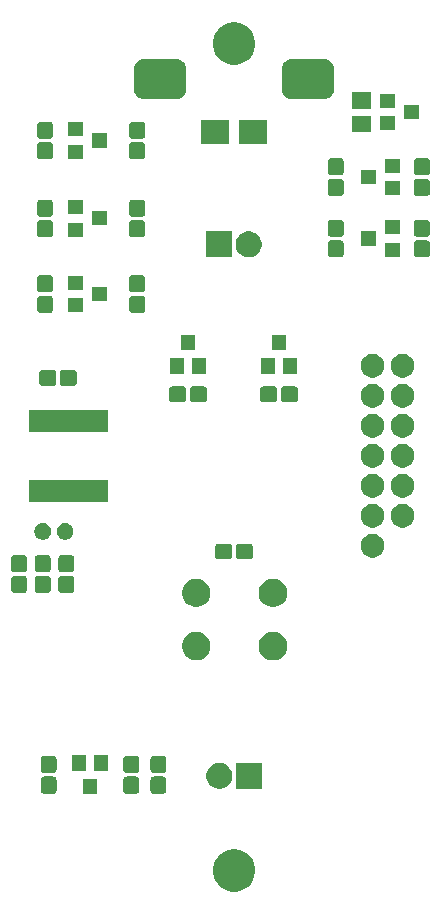
<source format=gts>
G04 #@! TF.GenerationSoftware,KiCad,Pcbnew,5.0.2-bee76a0~70~ubuntu16.04.1*
G04 #@! TF.CreationDate,2018-12-03T13:34:06+05:30*
G04 #@! TF.ProjectId,senseBeTx_rev2,73656e73-6542-4655-9478-5f726576322e,rev?*
G04 #@! TF.SameCoordinates,Original*
G04 #@! TF.FileFunction,Soldermask,Top*
G04 #@! TF.FilePolarity,Negative*
%FSLAX46Y46*%
G04 Gerber Fmt 4.6, Leading zero omitted, Abs format (unit mm)*
G04 Created by KiCad (PCBNEW 5.0.2-bee76a0~70~ubuntu16.04.1) date Mon Dec  3 13:34:06 2018*
%MOMM*%
%LPD*%
G01*
G04 APERTURE LIST*
%ADD10C,0.100000*%
G04 APERTURE END LIST*
D10*
G36*
X33409122Y-190246115D02*
X33525041Y-190269173D01*
X33852620Y-190404861D01*
X34143511Y-190599228D01*
X34147436Y-190601851D01*
X34398149Y-190852564D01*
X34595140Y-191147382D01*
X34730827Y-191474960D01*
X34800000Y-191822714D01*
X34800000Y-192177286D01*
X34730827Y-192525040D01*
X34595140Y-192852618D01*
X34398149Y-193147436D01*
X34147436Y-193398149D01*
X34147433Y-193398151D01*
X33852620Y-193595139D01*
X33525041Y-193730827D01*
X33409122Y-193753885D01*
X33177286Y-193800000D01*
X32822714Y-193800000D01*
X32590878Y-193753885D01*
X32474959Y-193730827D01*
X32147380Y-193595139D01*
X31852567Y-193398151D01*
X31852564Y-193398149D01*
X31601851Y-193147436D01*
X31404860Y-192852618D01*
X31269173Y-192525040D01*
X31200000Y-192177286D01*
X31200000Y-191822714D01*
X31269173Y-191474960D01*
X31404860Y-191147382D01*
X31601851Y-190852564D01*
X31852564Y-190601851D01*
X31856489Y-190599228D01*
X32147380Y-190404861D01*
X32474959Y-190269173D01*
X32590878Y-190246115D01*
X32822714Y-190200000D01*
X33177286Y-190200000D01*
X33409122Y-190246115D01*
X33409122Y-190246115D01*
G37*
G36*
X21400000Y-185550000D02*
X20200000Y-185550000D01*
X20200000Y-184250000D01*
X21400000Y-184250000D01*
X21400000Y-185550000D01*
X21400000Y-185550000D01*
G37*
G36*
X24753530Y-184055877D02*
X24805010Y-184071493D01*
X24852442Y-184096846D01*
X24894027Y-184130973D01*
X24928154Y-184172558D01*
X24953507Y-184219990D01*
X24969123Y-184271470D01*
X24975000Y-184331140D01*
X24975000Y-185218860D01*
X24969123Y-185278530D01*
X24953507Y-185330010D01*
X24928154Y-185377442D01*
X24894027Y-185419027D01*
X24852442Y-185453154D01*
X24805010Y-185478507D01*
X24753530Y-185494123D01*
X24693860Y-185500000D01*
X23906140Y-185500000D01*
X23846470Y-185494123D01*
X23794990Y-185478507D01*
X23747558Y-185453154D01*
X23705973Y-185419027D01*
X23671846Y-185377442D01*
X23646493Y-185330010D01*
X23630877Y-185278530D01*
X23625000Y-185218860D01*
X23625000Y-184331140D01*
X23630877Y-184271470D01*
X23646493Y-184219990D01*
X23671846Y-184172558D01*
X23705973Y-184130973D01*
X23747558Y-184096846D01*
X23794990Y-184071493D01*
X23846470Y-184055877D01*
X23906140Y-184050000D01*
X24693860Y-184050000D01*
X24753530Y-184055877D01*
X24753530Y-184055877D01*
G37*
G36*
X17753530Y-184055877D02*
X17805010Y-184071493D01*
X17852442Y-184096846D01*
X17894027Y-184130973D01*
X17928154Y-184172558D01*
X17953507Y-184219990D01*
X17969123Y-184271470D01*
X17975000Y-184331140D01*
X17975000Y-185218860D01*
X17969123Y-185278530D01*
X17953507Y-185330010D01*
X17928154Y-185377442D01*
X17894027Y-185419027D01*
X17852442Y-185453154D01*
X17805010Y-185478507D01*
X17753530Y-185494123D01*
X17693860Y-185500000D01*
X16906140Y-185500000D01*
X16846470Y-185494123D01*
X16794990Y-185478507D01*
X16747558Y-185453154D01*
X16705973Y-185419027D01*
X16671846Y-185377442D01*
X16646493Y-185330010D01*
X16630877Y-185278530D01*
X16625000Y-185218860D01*
X16625000Y-184331140D01*
X16630877Y-184271470D01*
X16646493Y-184219990D01*
X16671846Y-184172558D01*
X16705973Y-184130973D01*
X16747558Y-184096846D01*
X16794990Y-184071493D01*
X16846470Y-184055877D01*
X16906140Y-184050000D01*
X17693860Y-184050000D01*
X17753530Y-184055877D01*
X17753530Y-184055877D01*
G37*
G36*
X27053530Y-184055877D02*
X27105010Y-184071493D01*
X27152442Y-184096846D01*
X27194027Y-184130973D01*
X27228154Y-184172558D01*
X27253507Y-184219990D01*
X27269123Y-184271470D01*
X27275000Y-184331140D01*
X27275000Y-185218860D01*
X27269123Y-185278530D01*
X27253507Y-185330010D01*
X27228154Y-185377442D01*
X27194027Y-185419027D01*
X27152442Y-185453154D01*
X27105010Y-185478507D01*
X27053530Y-185494123D01*
X26993860Y-185500000D01*
X26206140Y-185500000D01*
X26146470Y-185494123D01*
X26094990Y-185478507D01*
X26047558Y-185453154D01*
X26005973Y-185419027D01*
X25971846Y-185377442D01*
X25946493Y-185330010D01*
X25930877Y-185278530D01*
X25925000Y-185218860D01*
X25925000Y-184331140D01*
X25930877Y-184271470D01*
X25946493Y-184219990D01*
X25971846Y-184172558D01*
X26005973Y-184130973D01*
X26047558Y-184096846D01*
X26094990Y-184071493D01*
X26146470Y-184055877D01*
X26206140Y-184050000D01*
X26993860Y-184050000D01*
X27053530Y-184055877D01*
X27053530Y-184055877D01*
G37*
G36*
X35400000Y-185100000D02*
X33200000Y-185100000D01*
X33200000Y-182900000D01*
X35400000Y-182900000D01*
X35400000Y-185100000D01*
X35400000Y-185100000D01*
G37*
G36*
X32080857Y-182942272D02*
X32281042Y-183025191D01*
X32461213Y-183145578D01*
X32614422Y-183298787D01*
X32734809Y-183478958D01*
X32817728Y-183679143D01*
X32860000Y-183891658D01*
X32860000Y-184108342D01*
X32817728Y-184320857D01*
X32734809Y-184521042D01*
X32614422Y-184701213D01*
X32461213Y-184854422D01*
X32281042Y-184974809D01*
X32080857Y-185057728D01*
X31868342Y-185100000D01*
X31651658Y-185100000D01*
X31439143Y-185057728D01*
X31238958Y-184974809D01*
X31058787Y-184854422D01*
X30905578Y-184701213D01*
X30785191Y-184521042D01*
X30702272Y-184320857D01*
X30660000Y-184108342D01*
X30660000Y-183891658D01*
X30702272Y-183679143D01*
X30785191Y-183478958D01*
X30905578Y-183298787D01*
X31058787Y-183145578D01*
X31238958Y-183025191D01*
X31439143Y-182942272D01*
X31651658Y-182900000D01*
X31868342Y-182900000D01*
X32080857Y-182942272D01*
X32080857Y-182942272D01*
G37*
G36*
X27053530Y-182305877D02*
X27105010Y-182321493D01*
X27152442Y-182346846D01*
X27194027Y-182380973D01*
X27228154Y-182422558D01*
X27253507Y-182469990D01*
X27269123Y-182521470D01*
X27275000Y-182581140D01*
X27275000Y-183468860D01*
X27269123Y-183528530D01*
X27253507Y-183580010D01*
X27228154Y-183627442D01*
X27194027Y-183669027D01*
X27152442Y-183703154D01*
X27105010Y-183728507D01*
X27053530Y-183744123D01*
X26993860Y-183750000D01*
X26206140Y-183750000D01*
X26146470Y-183744123D01*
X26094990Y-183728507D01*
X26047558Y-183703154D01*
X26005973Y-183669027D01*
X25971846Y-183627442D01*
X25946493Y-183580010D01*
X25930877Y-183528530D01*
X25925000Y-183468860D01*
X25925000Y-182581140D01*
X25930877Y-182521470D01*
X25946493Y-182469990D01*
X25971846Y-182422558D01*
X26005973Y-182380973D01*
X26047558Y-182346846D01*
X26094990Y-182321493D01*
X26146470Y-182305877D01*
X26206140Y-182300000D01*
X26993860Y-182300000D01*
X27053530Y-182305877D01*
X27053530Y-182305877D01*
G37*
G36*
X17753530Y-182305877D02*
X17805010Y-182321493D01*
X17852442Y-182346846D01*
X17894027Y-182380973D01*
X17928154Y-182422558D01*
X17953507Y-182469990D01*
X17969123Y-182521470D01*
X17975000Y-182581140D01*
X17975000Y-183468860D01*
X17969123Y-183528530D01*
X17953507Y-183580010D01*
X17928154Y-183627442D01*
X17894027Y-183669027D01*
X17852442Y-183703154D01*
X17805010Y-183728507D01*
X17753530Y-183744123D01*
X17693860Y-183750000D01*
X16906140Y-183750000D01*
X16846470Y-183744123D01*
X16794990Y-183728507D01*
X16747558Y-183703154D01*
X16705973Y-183669027D01*
X16671846Y-183627442D01*
X16646493Y-183580010D01*
X16630877Y-183528530D01*
X16625000Y-183468860D01*
X16625000Y-182581140D01*
X16630877Y-182521470D01*
X16646493Y-182469990D01*
X16671846Y-182422558D01*
X16705973Y-182380973D01*
X16747558Y-182346846D01*
X16794990Y-182321493D01*
X16846470Y-182305877D01*
X16906140Y-182300000D01*
X17693860Y-182300000D01*
X17753530Y-182305877D01*
X17753530Y-182305877D01*
G37*
G36*
X24753530Y-182305877D02*
X24805010Y-182321493D01*
X24852442Y-182346846D01*
X24894027Y-182380973D01*
X24928154Y-182422558D01*
X24953507Y-182469990D01*
X24969123Y-182521470D01*
X24975000Y-182581140D01*
X24975000Y-183468860D01*
X24969123Y-183528530D01*
X24953507Y-183580010D01*
X24928154Y-183627442D01*
X24894027Y-183669027D01*
X24852442Y-183703154D01*
X24805010Y-183728507D01*
X24753530Y-183744123D01*
X24693860Y-183750000D01*
X23906140Y-183750000D01*
X23846470Y-183744123D01*
X23794990Y-183728507D01*
X23747558Y-183703154D01*
X23705973Y-183669027D01*
X23671846Y-183627442D01*
X23646493Y-183580010D01*
X23630877Y-183528530D01*
X23625000Y-183468860D01*
X23625000Y-182581140D01*
X23630877Y-182521470D01*
X23646493Y-182469990D01*
X23671846Y-182422558D01*
X23705973Y-182380973D01*
X23747558Y-182346846D01*
X23794990Y-182321493D01*
X23846470Y-182305877D01*
X23906140Y-182300000D01*
X24693860Y-182300000D01*
X24753530Y-182305877D01*
X24753530Y-182305877D01*
G37*
G36*
X20450000Y-183550000D02*
X19250000Y-183550000D01*
X19250000Y-182250000D01*
X20450000Y-182250000D01*
X20450000Y-183550000D01*
X20450000Y-183550000D01*
G37*
G36*
X22350000Y-183550000D02*
X21150000Y-183550000D01*
X21150000Y-182250000D01*
X22350000Y-182250000D01*
X22350000Y-183550000D01*
X22350000Y-183550000D01*
G37*
G36*
X30150026Y-171846115D02*
X30368412Y-171936573D01*
X30564958Y-172067901D01*
X30732099Y-172235042D01*
X30863427Y-172431588D01*
X30953885Y-172649974D01*
X31000000Y-172881809D01*
X31000000Y-173118191D01*
X30953885Y-173350026D01*
X30863427Y-173568412D01*
X30732099Y-173764958D01*
X30564958Y-173932099D01*
X30368412Y-174063427D01*
X30150026Y-174153885D01*
X29918191Y-174200000D01*
X29681809Y-174200000D01*
X29449974Y-174153885D01*
X29231588Y-174063427D01*
X29035042Y-173932099D01*
X28867901Y-173764958D01*
X28736573Y-173568412D01*
X28646115Y-173350026D01*
X28600000Y-173118191D01*
X28600000Y-172881809D01*
X28646115Y-172649974D01*
X28736573Y-172431588D01*
X28867901Y-172235042D01*
X29035042Y-172067901D01*
X29231588Y-171936573D01*
X29449974Y-171846115D01*
X29681809Y-171800000D01*
X29918191Y-171800000D01*
X30150026Y-171846115D01*
X30150026Y-171846115D01*
G37*
G36*
X36650026Y-171846115D02*
X36868412Y-171936573D01*
X37064958Y-172067901D01*
X37232099Y-172235042D01*
X37363427Y-172431588D01*
X37453885Y-172649974D01*
X37500000Y-172881809D01*
X37500000Y-173118191D01*
X37453885Y-173350026D01*
X37363427Y-173568412D01*
X37232099Y-173764958D01*
X37064958Y-173932099D01*
X36868412Y-174063427D01*
X36650026Y-174153885D01*
X36418191Y-174200000D01*
X36181809Y-174200000D01*
X35949974Y-174153885D01*
X35731588Y-174063427D01*
X35535042Y-173932099D01*
X35367901Y-173764958D01*
X35236573Y-173568412D01*
X35146115Y-173350026D01*
X35100000Y-173118191D01*
X35100000Y-172881809D01*
X35146115Y-172649974D01*
X35236573Y-172431588D01*
X35367901Y-172235042D01*
X35535042Y-172067901D01*
X35731588Y-171936573D01*
X35949974Y-171846115D01*
X36181809Y-171800000D01*
X36418191Y-171800000D01*
X36650026Y-171846115D01*
X36650026Y-171846115D01*
G37*
G36*
X30150026Y-167346115D02*
X30368412Y-167436573D01*
X30564958Y-167567901D01*
X30732099Y-167735042D01*
X30863427Y-167931588D01*
X30953885Y-168149974D01*
X31000000Y-168381809D01*
X31000000Y-168618191D01*
X30953885Y-168850026D01*
X30863427Y-169068412D01*
X30732099Y-169264958D01*
X30564958Y-169432099D01*
X30368412Y-169563427D01*
X30150026Y-169653885D01*
X29918191Y-169700000D01*
X29681809Y-169700000D01*
X29449974Y-169653885D01*
X29231588Y-169563427D01*
X29035042Y-169432099D01*
X28867901Y-169264958D01*
X28736573Y-169068412D01*
X28646115Y-168850026D01*
X28600000Y-168618191D01*
X28600000Y-168381809D01*
X28646115Y-168149974D01*
X28736573Y-167931588D01*
X28867901Y-167735042D01*
X29035042Y-167567901D01*
X29231588Y-167436573D01*
X29449974Y-167346115D01*
X29681809Y-167300000D01*
X29918191Y-167300000D01*
X30150026Y-167346115D01*
X30150026Y-167346115D01*
G37*
G36*
X36650026Y-167346115D02*
X36868412Y-167436573D01*
X37064958Y-167567901D01*
X37232099Y-167735042D01*
X37363427Y-167931588D01*
X37453885Y-168149974D01*
X37500000Y-168381809D01*
X37500000Y-168618191D01*
X37453885Y-168850026D01*
X37363427Y-169068412D01*
X37232099Y-169264958D01*
X37064958Y-169432099D01*
X36868412Y-169563427D01*
X36650026Y-169653885D01*
X36418191Y-169700000D01*
X36181809Y-169700000D01*
X35949974Y-169653885D01*
X35731588Y-169563427D01*
X35535042Y-169432099D01*
X35367901Y-169264958D01*
X35236573Y-169068412D01*
X35146115Y-168850026D01*
X35100000Y-168618191D01*
X35100000Y-168381809D01*
X35146115Y-168149974D01*
X35236573Y-167931588D01*
X35367901Y-167735042D01*
X35535042Y-167567901D01*
X35731588Y-167436573D01*
X35949974Y-167346115D01*
X36181809Y-167300000D01*
X36418191Y-167300000D01*
X36650026Y-167346115D01*
X36650026Y-167346115D01*
G37*
G36*
X19253530Y-167055877D02*
X19305010Y-167071493D01*
X19352442Y-167096846D01*
X19394027Y-167130973D01*
X19428154Y-167172558D01*
X19453507Y-167219990D01*
X19469123Y-167271470D01*
X19475000Y-167331140D01*
X19475000Y-168218860D01*
X19469123Y-168278530D01*
X19453507Y-168330010D01*
X19428154Y-168377442D01*
X19394027Y-168419027D01*
X19352442Y-168453154D01*
X19305010Y-168478507D01*
X19253530Y-168494123D01*
X19193860Y-168500000D01*
X18406140Y-168500000D01*
X18346470Y-168494123D01*
X18294990Y-168478507D01*
X18247558Y-168453154D01*
X18205973Y-168419027D01*
X18171846Y-168377442D01*
X18146493Y-168330010D01*
X18130877Y-168278530D01*
X18125000Y-168218860D01*
X18125000Y-167331140D01*
X18130877Y-167271470D01*
X18146493Y-167219990D01*
X18171846Y-167172558D01*
X18205973Y-167130973D01*
X18247558Y-167096846D01*
X18294990Y-167071493D01*
X18346470Y-167055877D01*
X18406140Y-167050000D01*
X19193860Y-167050000D01*
X19253530Y-167055877D01*
X19253530Y-167055877D01*
G37*
G36*
X17253530Y-167055877D02*
X17305010Y-167071493D01*
X17352442Y-167096846D01*
X17394027Y-167130973D01*
X17428154Y-167172558D01*
X17453507Y-167219990D01*
X17469123Y-167271470D01*
X17475000Y-167331140D01*
X17475000Y-168218860D01*
X17469123Y-168278530D01*
X17453507Y-168330010D01*
X17428154Y-168377442D01*
X17394027Y-168419027D01*
X17352442Y-168453154D01*
X17305010Y-168478507D01*
X17253530Y-168494123D01*
X17193860Y-168500000D01*
X16406140Y-168500000D01*
X16346470Y-168494123D01*
X16294990Y-168478507D01*
X16247558Y-168453154D01*
X16205973Y-168419027D01*
X16171846Y-168377442D01*
X16146493Y-168330010D01*
X16130877Y-168278530D01*
X16125000Y-168218860D01*
X16125000Y-167331140D01*
X16130877Y-167271470D01*
X16146493Y-167219990D01*
X16171846Y-167172558D01*
X16205973Y-167130973D01*
X16247558Y-167096846D01*
X16294990Y-167071493D01*
X16346470Y-167055877D01*
X16406140Y-167050000D01*
X17193860Y-167050000D01*
X17253530Y-167055877D01*
X17253530Y-167055877D01*
G37*
G36*
X15253530Y-167055877D02*
X15305010Y-167071493D01*
X15352442Y-167096846D01*
X15394027Y-167130973D01*
X15428154Y-167172558D01*
X15453507Y-167219990D01*
X15469123Y-167271470D01*
X15475000Y-167331140D01*
X15475000Y-168218860D01*
X15469123Y-168278530D01*
X15453507Y-168330010D01*
X15428154Y-168377442D01*
X15394027Y-168419027D01*
X15352442Y-168453154D01*
X15305010Y-168478507D01*
X15253530Y-168494123D01*
X15193860Y-168500000D01*
X14406140Y-168500000D01*
X14346470Y-168494123D01*
X14294990Y-168478507D01*
X14247558Y-168453154D01*
X14205973Y-168419027D01*
X14171846Y-168377442D01*
X14146493Y-168330010D01*
X14130877Y-168278530D01*
X14125000Y-168218860D01*
X14125000Y-167331140D01*
X14130877Y-167271470D01*
X14146493Y-167219990D01*
X14171846Y-167172558D01*
X14205973Y-167130973D01*
X14247558Y-167096846D01*
X14294990Y-167071493D01*
X14346470Y-167055877D01*
X14406140Y-167050000D01*
X15193860Y-167050000D01*
X15253530Y-167055877D01*
X15253530Y-167055877D01*
G37*
G36*
X17253530Y-165305877D02*
X17305010Y-165321493D01*
X17352442Y-165346846D01*
X17394027Y-165380973D01*
X17428154Y-165422558D01*
X17453507Y-165469990D01*
X17469123Y-165521470D01*
X17475000Y-165581140D01*
X17475000Y-166468860D01*
X17469123Y-166528530D01*
X17453507Y-166580010D01*
X17428154Y-166627442D01*
X17394027Y-166669027D01*
X17352442Y-166703154D01*
X17305010Y-166728507D01*
X17253530Y-166744123D01*
X17193860Y-166750000D01*
X16406140Y-166750000D01*
X16346470Y-166744123D01*
X16294990Y-166728507D01*
X16247558Y-166703154D01*
X16205973Y-166669027D01*
X16171846Y-166627442D01*
X16146493Y-166580010D01*
X16130877Y-166528530D01*
X16125000Y-166468860D01*
X16125000Y-165581140D01*
X16130877Y-165521470D01*
X16146493Y-165469990D01*
X16171846Y-165422558D01*
X16205973Y-165380973D01*
X16247558Y-165346846D01*
X16294990Y-165321493D01*
X16346470Y-165305877D01*
X16406140Y-165300000D01*
X17193860Y-165300000D01*
X17253530Y-165305877D01*
X17253530Y-165305877D01*
G37*
G36*
X15253530Y-165305877D02*
X15305010Y-165321493D01*
X15352442Y-165346846D01*
X15394027Y-165380973D01*
X15428154Y-165422558D01*
X15453507Y-165469990D01*
X15469123Y-165521470D01*
X15475000Y-165581140D01*
X15475000Y-166468860D01*
X15469123Y-166528530D01*
X15453507Y-166580010D01*
X15428154Y-166627442D01*
X15394027Y-166669027D01*
X15352442Y-166703154D01*
X15305010Y-166728507D01*
X15253530Y-166744123D01*
X15193860Y-166750000D01*
X14406140Y-166750000D01*
X14346470Y-166744123D01*
X14294990Y-166728507D01*
X14247558Y-166703154D01*
X14205973Y-166669027D01*
X14171846Y-166627442D01*
X14146493Y-166580010D01*
X14130877Y-166528530D01*
X14125000Y-166468860D01*
X14125000Y-165581140D01*
X14130877Y-165521470D01*
X14146493Y-165469990D01*
X14171846Y-165422558D01*
X14205973Y-165380973D01*
X14247558Y-165346846D01*
X14294990Y-165321493D01*
X14346470Y-165305877D01*
X14406140Y-165300000D01*
X15193860Y-165300000D01*
X15253530Y-165305877D01*
X15253530Y-165305877D01*
G37*
G36*
X19253530Y-165305877D02*
X19305010Y-165321493D01*
X19352442Y-165346846D01*
X19394027Y-165380973D01*
X19428154Y-165422558D01*
X19453507Y-165469990D01*
X19469123Y-165521470D01*
X19475000Y-165581140D01*
X19475000Y-166468860D01*
X19469123Y-166528530D01*
X19453507Y-166580010D01*
X19428154Y-166627442D01*
X19394027Y-166669027D01*
X19352442Y-166703154D01*
X19305010Y-166728507D01*
X19253530Y-166744123D01*
X19193860Y-166750000D01*
X18406140Y-166750000D01*
X18346470Y-166744123D01*
X18294990Y-166728507D01*
X18247558Y-166703154D01*
X18205973Y-166669027D01*
X18171846Y-166627442D01*
X18146493Y-166580010D01*
X18130877Y-166528530D01*
X18125000Y-166468860D01*
X18125000Y-165581140D01*
X18130877Y-165521470D01*
X18146493Y-165469990D01*
X18171846Y-165422558D01*
X18205973Y-165380973D01*
X18247558Y-165346846D01*
X18294990Y-165321493D01*
X18346470Y-165305877D01*
X18406140Y-165300000D01*
X19193860Y-165300000D01*
X19253530Y-165305877D01*
X19253530Y-165305877D01*
G37*
G36*
X34378530Y-164330877D02*
X34430010Y-164346493D01*
X34477442Y-164371846D01*
X34519027Y-164405973D01*
X34553154Y-164447558D01*
X34578507Y-164494990D01*
X34594123Y-164546470D01*
X34600000Y-164606140D01*
X34600000Y-165393860D01*
X34594123Y-165453530D01*
X34578507Y-165505010D01*
X34553154Y-165552442D01*
X34519027Y-165594027D01*
X34477442Y-165628154D01*
X34430010Y-165653507D01*
X34378530Y-165669123D01*
X34318860Y-165675000D01*
X33431140Y-165675000D01*
X33371470Y-165669123D01*
X33319990Y-165653507D01*
X33272558Y-165628154D01*
X33230973Y-165594027D01*
X33196846Y-165552442D01*
X33171493Y-165505010D01*
X33155877Y-165453530D01*
X33150000Y-165393860D01*
X33150000Y-164606140D01*
X33155877Y-164546470D01*
X33171493Y-164494990D01*
X33196846Y-164447558D01*
X33230973Y-164405973D01*
X33272558Y-164371846D01*
X33319990Y-164346493D01*
X33371470Y-164330877D01*
X33431140Y-164325000D01*
X34318860Y-164325000D01*
X34378530Y-164330877D01*
X34378530Y-164330877D01*
G37*
G36*
X32628530Y-164330877D02*
X32680010Y-164346493D01*
X32727442Y-164371846D01*
X32769027Y-164405973D01*
X32803154Y-164447558D01*
X32828507Y-164494990D01*
X32844123Y-164546470D01*
X32850000Y-164606140D01*
X32850000Y-165393860D01*
X32844123Y-165453530D01*
X32828507Y-165505010D01*
X32803154Y-165552442D01*
X32769027Y-165594027D01*
X32727442Y-165628154D01*
X32680010Y-165653507D01*
X32628530Y-165669123D01*
X32568860Y-165675000D01*
X31681140Y-165675000D01*
X31621470Y-165669123D01*
X31569990Y-165653507D01*
X31522558Y-165628154D01*
X31480973Y-165594027D01*
X31446846Y-165552442D01*
X31421493Y-165505010D01*
X31405877Y-165453530D01*
X31400000Y-165393860D01*
X31400000Y-164606140D01*
X31405877Y-164546470D01*
X31421493Y-164494990D01*
X31446846Y-164447558D01*
X31480973Y-164405973D01*
X31522558Y-164371846D01*
X31569990Y-164346493D01*
X31621470Y-164330877D01*
X31681140Y-164325000D01*
X32568860Y-164325000D01*
X32628530Y-164330877D01*
X32628530Y-164330877D01*
G37*
G36*
X44905770Y-163535372D02*
X45021689Y-163558429D01*
X45203678Y-163633811D01*
X45367463Y-163743249D01*
X45506751Y-163882537D01*
X45616189Y-164046322D01*
X45691571Y-164228311D01*
X45730000Y-164421509D01*
X45730000Y-164618491D01*
X45691571Y-164811689D01*
X45616189Y-164993678D01*
X45506751Y-165157463D01*
X45367463Y-165296751D01*
X45203678Y-165406189D01*
X45021689Y-165481571D01*
X44905770Y-165504628D01*
X44828493Y-165520000D01*
X44631507Y-165520000D01*
X44554230Y-165504628D01*
X44438311Y-165481571D01*
X44256322Y-165406189D01*
X44092537Y-165296751D01*
X43953249Y-165157463D01*
X43843811Y-164993678D01*
X43768429Y-164811689D01*
X43730000Y-164618491D01*
X43730000Y-164421509D01*
X43768429Y-164228311D01*
X43843811Y-164046322D01*
X43953249Y-163882537D01*
X44092537Y-163743249D01*
X44256322Y-163633811D01*
X44438311Y-163558429D01*
X44554230Y-163535372D01*
X44631507Y-163520000D01*
X44828493Y-163520000D01*
X44905770Y-163535372D01*
X44905770Y-163535372D01*
G37*
G36*
X18904183Y-162626900D02*
X19031574Y-162679668D01*
X19146225Y-162756275D01*
X19243725Y-162853775D01*
X19320332Y-162968426D01*
X19373100Y-163095817D01*
X19400000Y-163231055D01*
X19400000Y-163368945D01*
X19373100Y-163504183D01*
X19320332Y-163631574D01*
X19243726Y-163746224D01*
X19146224Y-163843726D01*
X19031574Y-163920332D01*
X18904183Y-163973100D01*
X18768945Y-164000000D01*
X18631055Y-164000000D01*
X18495817Y-163973100D01*
X18368426Y-163920332D01*
X18253776Y-163843726D01*
X18156274Y-163746224D01*
X18079668Y-163631574D01*
X18026900Y-163504183D01*
X18000000Y-163368945D01*
X18000000Y-163231055D01*
X18026900Y-163095817D01*
X18079668Y-162968426D01*
X18156275Y-162853775D01*
X18253775Y-162756275D01*
X18368426Y-162679668D01*
X18495817Y-162626900D01*
X18631055Y-162600000D01*
X18768945Y-162600000D01*
X18904183Y-162626900D01*
X18904183Y-162626900D01*
G37*
G36*
X17004183Y-162626900D02*
X17131574Y-162679668D01*
X17246225Y-162756275D01*
X17343725Y-162853775D01*
X17420332Y-162968426D01*
X17473100Y-163095817D01*
X17500000Y-163231055D01*
X17500000Y-163368945D01*
X17473100Y-163504183D01*
X17420332Y-163631574D01*
X17343726Y-163746224D01*
X17246224Y-163843726D01*
X17131574Y-163920332D01*
X17004183Y-163973100D01*
X16868945Y-164000000D01*
X16731055Y-164000000D01*
X16595817Y-163973100D01*
X16468426Y-163920332D01*
X16353776Y-163843726D01*
X16256274Y-163746224D01*
X16179668Y-163631574D01*
X16126900Y-163504183D01*
X16100000Y-163368945D01*
X16100000Y-163231055D01*
X16126900Y-163095817D01*
X16179668Y-162968426D01*
X16256275Y-162853775D01*
X16353775Y-162756275D01*
X16468426Y-162679668D01*
X16595817Y-162626900D01*
X16731055Y-162600000D01*
X16868945Y-162600000D01*
X17004183Y-162626900D01*
X17004183Y-162626900D01*
G37*
G36*
X47445770Y-160995372D02*
X47561689Y-161018429D01*
X47743678Y-161093811D01*
X47907463Y-161203249D01*
X48046751Y-161342537D01*
X48156189Y-161506322D01*
X48231571Y-161688311D01*
X48270000Y-161881509D01*
X48270000Y-162078491D01*
X48231571Y-162271689D01*
X48156189Y-162453678D01*
X48046751Y-162617463D01*
X47907463Y-162756751D01*
X47743678Y-162866189D01*
X47561689Y-162941571D01*
X47445770Y-162964628D01*
X47368493Y-162980000D01*
X47171507Y-162980000D01*
X47094230Y-162964628D01*
X46978311Y-162941571D01*
X46796322Y-162866189D01*
X46632537Y-162756751D01*
X46493249Y-162617463D01*
X46383811Y-162453678D01*
X46308429Y-162271689D01*
X46270000Y-162078491D01*
X46270000Y-161881509D01*
X46308429Y-161688311D01*
X46383811Y-161506322D01*
X46493249Y-161342537D01*
X46632537Y-161203249D01*
X46796322Y-161093811D01*
X46978311Y-161018429D01*
X47094230Y-160995372D01*
X47171507Y-160980000D01*
X47368493Y-160980000D01*
X47445770Y-160995372D01*
X47445770Y-160995372D01*
G37*
G36*
X44905770Y-160995372D02*
X45021689Y-161018429D01*
X45203678Y-161093811D01*
X45367463Y-161203249D01*
X45506751Y-161342537D01*
X45616189Y-161506322D01*
X45691571Y-161688311D01*
X45730000Y-161881509D01*
X45730000Y-162078491D01*
X45691571Y-162271689D01*
X45616189Y-162453678D01*
X45506751Y-162617463D01*
X45367463Y-162756751D01*
X45203678Y-162866189D01*
X45021689Y-162941571D01*
X44905770Y-162964628D01*
X44828493Y-162980000D01*
X44631507Y-162980000D01*
X44554230Y-162964628D01*
X44438311Y-162941571D01*
X44256322Y-162866189D01*
X44092537Y-162756751D01*
X43953249Y-162617463D01*
X43843811Y-162453678D01*
X43768429Y-162271689D01*
X43730000Y-162078491D01*
X43730000Y-161881509D01*
X43768429Y-161688311D01*
X43843811Y-161506322D01*
X43953249Y-161342537D01*
X44092537Y-161203249D01*
X44256322Y-161093811D01*
X44438311Y-161018429D01*
X44554230Y-160995372D01*
X44631507Y-160980000D01*
X44828493Y-160980000D01*
X44905770Y-160995372D01*
X44905770Y-160995372D01*
G37*
G36*
X22350000Y-160775000D02*
X15650000Y-160775000D01*
X15650000Y-158925000D01*
X22350000Y-158925000D01*
X22350000Y-160775000D01*
X22350000Y-160775000D01*
G37*
G36*
X47445770Y-158455372D02*
X47561689Y-158478429D01*
X47743678Y-158553811D01*
X47907463Y-158663249D01*
X48046751Y-158802537D01*
X48156189Y-158966322D01*
X48231571Y-159148311D01*
X48270000Y-159341509D01*
X48270000Y-159538491D01*
X48231571Y-159731689D01*
X48156189Y-159913678D01*
X48046751Y-160077463D01*
X47907463Y-160216751D01*
X47743678Y-160326189D01*
X47561689Y-160401571D01*
X47445770Y-160424628D01*
X47368493Y-160440000D01*
X47171507Y-160440000D01*
X47094230Y-160424628D01*
X46978311Y-160401571D01*
X46796322Y-160326189D01*
X46632537Y-160216751D01*
X46493249Y-160077463D01*
X46383811Y-159913678D01*
X46308429Y-159731689D01*
X46270000Y-159538491D01*
X46270000Y-159341509D01*
X46308429Y-159148311D01*
X46383811Y-158966322D01*
X46493249Y-158802537D01*
X46632537Y-158663249D01*
X46796322Y-158553811D01*
X46978311Y-158478429D01*
X47094230Y-158455372D01*
X47171507Y-158440000D01*
X47368493Y-158440000D01*
X47445770Y-158455372D01*
X47445770Y-158455372D01*
G37*
G36*
X44905770Y-158455372D02*
X45021689Y-158478429D01*
X45203678Y-158553811D01*
X45367463Y-158663249D01*
X45506751Y-158802537D01*
X45616189Y-158966322D01*
X45691571Y-159148311D01*
X45730000Y-159341509D01*
X45730000Y-159538491D01*
X45691571Y-159731689D01*
X45616189Y-159913678D01*
X45506751Y-160077463D01*
X45367463Y-160216751D01*
X45203678Y-160326189D01*
X45021689Y-160401571D01*
X44905770Y-160424628D01*
X44828493Y-160440000D01*
X44631507Y-160440000D01*
X44554230Y-160424628D01*
X44438311Y-160401571D01*
X44256322Y-160326189D01*
X44092537Y-160216751D01*
X43953249Y-160077463D01*
X43843811Y-159913678D01*
X43768429Y-159731689D01*
X43730000Y-159538491D01*
X43730000Y-159341509D01*
X43768429Y-159148311D01*
X43843811Y-158966322D01*
X43953249Y-158802537D01*
X44092537Y-158663249D01*
X44256322Y-158553811D01*
X44438311Y-158478429D01*
X44554230Y-158455372D01*
X44631507Y-158440000D01*
X44828493Y-158440000D01*
X44905770Y-158455372D01*
X44905770Y-158455372D01*
G37*
G36*
X47445770Y-155915372D02*
X47561689Y-155938429D01*
X47743678Y-156013811D01*
X47907463Y-156123249D01*
X48046751Y-156262537D01*
X48156189Y-156426322D01*
X48231571Y-156608311D01*
X48270000Y-156801509D01*
X48270000Y-156998491D01*
X48231571Y-157191689D01*
X48156189Y-157373678D01*
X48046751Y-157537463D01*
X47907463Y-157676751D01*
X47743678Y-157786189D01*
X47561689Y-157861571D01*
X47445770Y-157884628D01*
X47368493Y-157900000D01*
X47171507Y-157900000D01*
X47094230Y-157884628D01*
X46978311Y-157861571D01*
X46796322Y-157786189D01*
X46632537Y-157676751D01*
X46493249Y-157537463D01*
X46383811Y-157373678D01*
X46308429Y-157191689D01*
X46270000Y-156998491D01*
X46270000Y-156801509D01*
X46308429Y-156608311D01*
X46383811Y-156426322D01*
X46493249Y-156262537D01*
X46632537Y-156123249D01*
X46796322Y-156013811D01*
X46978311Y-155938429D01*
X47094230Y-155915372D01*
X47171507Y-155900000D01*
X47368493Y-155900000D01*
X47445770Y-155915372D01*
X47445770Y-155915372D01*
G37*
G36*
X44905770Y-155915372D02*
X45021689Y-155938429D01*
X45203678Y-156013811D01*
X45367463Y-156123249D01*
X45506751Y-156262537D01*
X45616189Y-156426322D01*
X45691571Y-156608311D01*
X45730000Y-156801509D01*
X45730000Y-156998491D01*
X45691571Y-157191689D01*
X45616189Y-157373678D01*
X45506751Y-157537463D01*
X45367463Y-157676751D01*
X45203678Y-157786189D01*
X45021689Y-157861571D01*
X44905770Y-157884628D01*
X44828493Y-157900000D01*
X44631507Y-157900000D01*
X44554230Y-157884628D01*
X44438311Y-157861571D01*
X44256322Y-157786189D01*
X44092537Y-157676751D01*
X43953249Y-157537463D01*
X43843811Y-157373678D01*
X43768429Y-157191689D01*
X43730000Y-156998491D01*
X43730000Y-156801509D01*
X43768429Y-156608311D01*
X43843811Y-156426322D01*
X43953249Y-156262537D01*
X44092537Y-156123249D01*
X44256322Y-156013811D01*
X44438311Y-155938429D01*
X44554230Y-155915372D01*
X44631507Y-155900000D01*
X44828493Y-155900000D01*
X44905770Y-155915372D01*
X44905770Y-155915372D01*
G37*
G36*
X44905770Y-153375372D02*
X45021689Y-153398429D01*
X45203678Y-153473811D01*
X45367463Y-153583249D01*
X45506751Y-153722537D01*
X45616189Y-153886322D01*
X45691571Y-154068311D01*
X45730000Y-154261509D01*
X45730000Y-154458491D01*
X45691571Y-154651689D01*
X45616189Y-154833678D01*
X45506751Y-154997463D01*
X45367463Y-155136751D01*
X45203678Y-155246189D01*
X45021689Y-155321571D01*
X44905770Y-155344628D01*
X44828493Y-155360000D01*
X44631507Y-155360000D01*
X44554230Y-155344628D01*
X44438311Y-155321571D01*
X44256322Y-155246189D01*
X44092537Y-155136751D01*
X43953249Y-154997463D01*
X43843811Y-154833678D01*
X43768429Y-154651689D01*
X43730000Y-154458491D01*
X43730000Y-154261509D01*
X43768429Y-154068311D01*
X43843811Y-153886322D01*
X43953249Y-153722537D01*
X44092537Y-153583249D01*
X44256322Y-153473811D01*
X44438311Y-153398429D01*
X44554230Y-153375372D01*
X44631507Y-153360000D01*
X44828493Y-153360000D01*
X44905770Y-153375372D01*
X44905770Y-153375372D01*
G37*
G36*
X47445770Y-153375372D02*
X47561689Y-153398429D01*
X47743678Y-153473811D01*
X47907463Y-153583249D01*
X48046751Y-153722537D01*
X48156189Y-153886322D01*
X48231571Y-154068311D01*
X48270000Y-154261509D01*
X48270000Y-154458491D01*
X48231571Y-154651689D01*
X48156189Y-154833678D01*
X48046751Y-154997463D01*
X47907463Y-155136751D01*
X47743678Y-155246189D01*
X47561689Y-155321571D01*
X47445770Y-155344628D01*
X47368493Y-155360000D01*
X47171507Y-155360000D01*
X47094230Y-155344628D01*
X46978311Y-155321571D01*
X46796322Y-155246189D01*
X46632537Y-155136751D01*
X46493249Y-154997463D01*
X46383811Y-154833678D01*
X46308429Y-154651689D01*
X46270000Y-154458491D01*
X46270000Y-154261509D01*
X46308429Y-154068311D01*
X46383811Y-153886322D01*
X46493249Y-153722537D01*
X46632537Y-153583249D01*
X46796322Y-153473811D01*
X46978311Y-153398429D01*
X47094230Y-153375372D01*
X47171507Y-153360000D01*
X47368493Y-153360000D01*
X47445770Y-153375372D01*
X47445770Y-153375372D01*
G37*
G36*
X22350000Y-154875000D02*
X15650000Y-154875000D01*
X15650000Y-153025000D01*
X22350000Y-153025000D01*
X22350000Y-154875000D01*
X22350000Y-154875000D01*
G37*
G36*
X47445770Y-150835372D02*
X47561689Y-150858429D01*
X47743678Y-150933811D01*
X47907463Y-151043249D01*
X48046751Y-151182537D01*
X48156189Y-151346322D01*
X48231571Y-151528311D01*
X48270000Y-151721509D01*
X48270000Y-151918491D01*
X48231571Y-152111689D01*
X48156189Y-152293678D01*
X48046751Y-152457463D01*
X47907463Y-152596751D01*
X47743678Y-152706189D01*
X47561689Y-152781571D01*
X47445770Y-152804628D01*
X47368493Y-152820000D01*
X47171507Y-152820000D01*
X47094230Y-152804628D01*
X46978311Y-152781571D01*
X46796322Y-152706189D01*
X46632537Y-152596751D01*
X46493249Y-152457463D01*
X46383811Y-152293678D01*
X46308429Y-152111689D01*
X46270000Y-151918491D01*
X46270000Y-151721509D01*
X46308429Y-151528311D01*
X46383811Y-151346322D01*
X46493249Y-151182537D01*
X46632537Y-151043249D01*
X46796322Y-150933811D01*
X46978311Y-150858429D01*
X47094230Y-150835372D01*
X47171507Y-150820000D01*
X47368493Y-150820000D01*
X47445770Y-150835372D01*
X47445770Y-150835372D01*
G37*
G36*
X44905770Y-150835372D02*
X45021689Y-150858429D01*
X45203678Y-150933811D01*
X45367463Y-151043249D01*
X45506751Y-151182537D01*
X45616189Y-151346322D01*
X45691571Y-151528311D01*
X45730000Y-151721509D01*
X45730000Y-151918491D01*
X45691571Y-152111689D01*
X45616189Y-152293678D01*
X45506751Y-152457463D01*
X45367463Y-152596751D01*
X45203678Y-152706189D01*
X45021689Y-152781571D01*
X44905770Y-152804628D01*
X44828493Y-152820000D01*
X44631507Y-152820000D01*
X44554230Y-152804628D01*
X44438311Y-152781571D01*
X44256322Y-152706189D01*
X44092537Y-152596751D01*
X43953249Y-152457463D01*
X43843811Y-152293678D01*
X43768429Y-152111689D01*
X43730000Y-151918491D01*
X43730000Y-151721509D01*
X43768429Y-151528311D01*
X43843811Y-151346322D01*
X43953249Y-151182537D01*
X44092537Y-151043249D01*
X44256322Y-150933811D01*
X44438311Y-150858429D01*
X44554230Y-150835372D01*
X44631507Y-150820000D01*
X44828493Y-150820000D01*
X44905770Y-150835372D01*
X44905770Y-150835372D01*
G37*
G36*
X30478530Y-151030877D02*
X30530010Y-151046493D01*
X30577442Y-151071846D01*
X30619027Y-151105973D01*
X30653154Y-151147558D01*
X30678507Y-151194990D01*
X30694123Y-151246470D01*
X30700000Y-151306140D01*
X30700000Y-152093860D01*
X30694123Y-152153530D01*
X30678507Y-152205010D01*
X30653154Y-152252442D01*
X30619027Y-152294027D01*
X30577442Y-152328154D01*
X30530010Y-152353507D01*
X30478530Y-152369123D01*
X30418860Y-152375000D01*
X29531140Y-152375000D01*
X29471470Y-152369123D01*
X29419990Y-152353507D01*
X29372558Y-152328154D01*
X29330973Y-152294027D01*
X29296846Y-152252442D01*
X29271493Y-152205010D01*
X29255877Y-152153530D01*
X29250000Y-152093860D01*
X29250000Y-151306140D01*
X29255877Y-151246470D01*
X29271493Y-151194990D01*
X29296846Y-151147558D01*
X29330973Y-151105973D01*
X29372558Y-151071846D01*
X29419990Y-151046493D01*
X29471470Y-151030877D01*
X29531140Y-151025000D01*
X30418860Y-151025000D01*
X30478530Y-151030877D01*
X30478530Y-151030877D01*
G37*
G36*
X28728530Y-151030877D02*
X28780010Y-151046493D01*
X28827442Y-151071846D01*
X28869027Y-151105973D01*
X28903154Y-151147558D01*
X28928507Y-151194990D01*
X28944123Y-151246470D01*
X28950000Y-151306140D01*
X28950000Y-152093860D01*
X28944123Y-152153530D01*
X28928507Y-152205010D01*
X28903154Y-152252442D01*
X28869027Y-152294027D01*
X28827442Y-152328154D01*
X28780010Y-152353507D01*
X28728530Y-152369123D01*
X28668860Y-152375000D01*
X27781140Y-152375000D01*
X27721470Y-152369123D01*
X27669990Y-152353507D01*
X27622558Y-152328154D01*
X27580973Y-152294027D01*
X27546846Y-152252442D01*
X27521493Y-152205010D01*
X27505877Y-152153530D01*
X27500000Y-152093860D01*
X27500000Y-151306140D01*
X27505877Y-151246470D01*
X27521493Y-151194990D01*
X27546846Y-151147558D01*
X27580973Y-151105973D01*
X27622558Y-151071846D01*
X27669990Y-151046493D01*
X27721470Y-151030877D01*
X27781140Y-151025000D01*
X28668860Y-151025000D01*
X28728530Y-151030877D01*
X28728530Y-151030877D01*
G37*
G36*
X36428530Y-151030877D02*
X36480010Y-151046493D01*
X36527442Y-151071846D01*
X36569027Y-151105973D01*
X36603154Y-151147558D01*
X36628507Y-151194990D01*
X36644123Y-151246470D01*
X36650000Y-151306140D01*
X36650000Y-152093860D01*
X36644123Y-152153530D01*
X36628507Y-152205010D01*
X36603154Y-152252442D01*
X36569027Y-152294027D01*
X36527442Y-152328154D01*
X36480010Y-152353507D01*
X36428530Y-152369123D01*
X36368860Y-152375000D01*
X35481140Y-152375000D01*
X35421470Y-152369123D01*
X35369990Y-152353507D01*
X35322558Y-152328154D01*
X35280973Y-152294027D01*
X35246846Y-152252442D01*
X35221493Y-152205010D01*
X35205877Y-152153530D01*
X35200000Y-152093860D01*
X35200000Y-151306140D01*
X35205877Y-151246470D01*
X35221493Y-151194990D01*
X35246846Y-151147558D01*
X35280973Y-151105973D01*
X35322558Y-151071846D01*
X35369990Y-151046493D01*
X35421470Y-151030877D01*
X35481140Y-151025000D01*
X36368860Y-151025000D01*
X36428530Y-151030877D01*
X36428530Y-151030877D01*
G37*
G36*
X38178530Y-151030877D02*
X38230010Y-151046493D01*
X38277442Y-151071846D01*
X38319027Y-151105973D01*
X38353154Y-151147558D01*
X38378507Y-151194990D01*
X38394123Y-151246470D01*
X38400000Y-151306140D01*
X38400000Y-152093860D01*
X38394123Y-152153530D01*
X38378507Y-152205010D01*
X38353154Y-152252442D01*
X38319027Y-152294027D01*
X38277442Y-152328154D01*
X38230010Y-152353507D01*
X38178530Y-152369123D01*
X38118860Y-152375000D01*
X37231140Y-152375000D01*
X37171470Y-152369123D01*
X37119990Y-152353507D01*
X37072558Y-152328154D01*
X37030973Y-152294027D01*
X36996846Y-152252442D01*
X36971493Y-152205010D01*
X36955877Y-152153530D01*
X36950000Y-152093860D01*
X36950000Y-151306140D01*
X36955877Y-151246470D01*
X36971493Y-151194990D01*
X36996846Y-151147558D01*
X37030973Y-151105973D01*
X37072558Y-151071846D01*
X37119990Y-151046493D01*
X37171470Y-151030877D01*
X37231140Y-151025000D01*
X38118860Y-151025000D01*
X38178530Y-151030877D01*
X38178530Y-151030877D01*
G37*
G36*
X19478530Y-149630877D02*
X19530010Y-149646493D01*
X19577442Y-149671846D01*
X19619027Y-149705973D01*
X19653154Y-149747558D01*
X19678507Y-149794990D01*
X19694123Y-149846470D01*
X19700000Y-149906140D01*
X19700000Y-150693860D01*
X19694123Y-150753530D01*
X19678507Y-150805010D01*
X19653154Y-150852442D01*
X19619027Y-150894027D01*
X19577442Y-150928154D01*
X19530010Y-150953507D01*
X19478530Y-150969123D01*
X19418860Y-150975000D01*
X18531140Y-150975000D01*
X18471470Y-150969123D01*
X18419990Y-150953507D01*
X18372558Y-150928154D01*
X18330973Y-150894027D01*
X18296846Y-150852442D01*
X18271493Y-150805010D01*
X18255877Y-150753530D01*
X18250000Y-150693860D01*
X18250000Y-149906140D01*
X18255877Y-149846470D01*
X18271493Y-149794990D01*
X18296846Y-149747558D01*
X18330973Y-149705973D01*
X18372558Y-149671846D01*
X18419990Y-149646493D01*
X18471470Y-149630877D01*
X18531140Y-149625000D01*
X19418860Y-149625000D01*
X19478530Y-149630877D01*
X19478530Y-149630877D01*
G37*
G36*
X17728530Y-149630877D02*
X17780010Y-149646493D01*
X17827442Y-149671846D01*
X17869027Y-149705973D01*
X17903154Y-149747558D01*
X17928507Y-149794990D01*
X17944123Y-149846470D01*
X17950000Y-149906140D01*
X17950000Y-150693860D01*
X17944123Y-150753530D01*
X17928507Y-150805010D01*
X17903154Y-150852442D01*
X17869027Y-150894027D01*
X17827442Y-150928154D01*
X17780010Y-150953507D01*
X17728530Y-150969123D01*
X17668860Y-150975000D01*
X16781140Y-150975000D01*
X16721470Y-150969123D01*
X16669990Y-150953507D01*
X16622558Y-150928154D01*
X16580973Y-150894027D01*
X16546846Y-150852442D01*
X16521493Y-150805010D01*
X16505877Y-150753530D01*
X16500000Y-150693860D01*
X16500000Y-149906140D01*
X16505877Y-149846470D01*
X16521493Y-149794990D01*
X16546846Y-149747558D01*
X16580973Y-149705973D01*
X16622558Y-149671846D01*
X16669990Y-149646493D01*
X16721470Y-149630877D01*
X16781140Y-149625000D01*
X17668860Y-149625000D01*
X17728530Y-149630877D01*
X17728530Y-149630877D01*
G37*
G36*
X44905770Y-148295372D02*
X45021689Y-148318429D01*
X45203678Y-148393811D01*
X45367463Y-148503249D01*
X45506751Y-148642537D01*
X45616189Y-148806322D01*
X45691571Y-148988311D01*
X45730000Y-149181509D01*
X45730000Y-149378491D01*
X45691571Y-149571689D01*
X45616189Y-149753678D01*
X45506751Y-149917463D01*
X45367463Y-150056751D01*
X45203678Y-150166189D01*
X45021689Y-150241571D01*
X44905770Y-150264628D01*
X44828493Y-150280000D01*
X44631507Y-150280000D01*
X44554230Y-150264628D01*
X44438311Y-150241571D01*
X44256322Y-150166189D01*
X44092537Y-150056751D01*
X43953249Y-149917463D01*
X43843811Y-149753678D01*
X43768429Y-149571689D01*
X43730000Y-149378491D01*
X43730000Y-149181509D01*
X43768429Y-148988311D01*
X43843811Y-148806322D01*
X43953249Y-148642537D01*
X44092537Y-148503249D01*
X44256322Y-148393811D01*
X44438311Y-148318429D01*
X44554230Y-148295372D01*
X44631507Y-148280000D01*
X44828493Y-148280000D01*
X44905770Y-148295372D01*
X44905770Y-148295372D01*
G37*
G36*
X47445770Y-148295372D02*
X47561689Y-148318429D01*
X47743678Y-148393811D01*
X47907463Y-148503249D01*
X48046751Y-148642537D01*
X48156189Y-148806322D01*
X48231571Y-148988311D01*
X48270000Y-149181509D01*
X48270000Y-149378491D01*
X48231571Y-149571689D01*
X48156189Y-149753678D01*
X48046751Y-149917463D01*
X47907463Y-150056751D01*
X47743678Y-150166189D01*
X47561689Y-150241571D01*
X47445770Y-150264628D01*
X47368493Y-150280000D01*
X47171507Y-150280000D01*
X47094230Y-150264628D01*
X46978311Y-150241571D01*
X46796322Y-150166189D01*
X46632537Y-150056751D01*
X46493249Y-149917463D01*
X46383811Y-149753678D01*
X46308429Y-149571689D01*
X46270000Y-149378491D01*
X46270000Y-149181509D01*
X46308429Y-148988311D01*
X46383811Y-148806322D01*
X46493249Y-148642537D01*
X46632537Y-148503249D01*
X46796322Y-148393811D01*
X46978311Y-148318429D01*
X47094230Y-148295372D01*
X47171507Y-148280000D01*
X47368493Y-148280000D01*
X47445770Y-148295372D01*
X47445770Y-148295372D01*
G37*
G36*
X28750000Y-149950000D02*
X27550000Y-149950000D01*
X27550000Y-148650000D01*
X28750000Y-148650000D01*
X28750000Y-149950000D01*
X28750000Y-149950000D01*
G37*
G36*
X38350000Y-149950000D02*
X37150000Y-149950000D01*
X37150000Y-148650000D01*
X38350000Y-148650000D01*
X38350000Y-149950000D01*
X38350000Y-149950000D01*
G37*
G36*
X36450000Y-149950000D02*
X35250000Y-149950000D01*
X35250000Y-148650000D01*
X36450000Y-148650000D01*
X36450000Y-149950000D01*
X36450000Y-149950000D01*
G37*
G36*
X30650000Y-149950000D02*
X29450000Y-149950000D01*
X29450000Y-148650000D01*
X30650000Y-148650000D01*
X30650000Y-149950000D01*
X30650000Y-149950000D01*
G37*
G36*
X37400000Y-147950000D02*
X36200000Y-147950000D01*
X36200000Y-146650000D01*
X37400000Y-146650000D01*
X37400000Y-147950000D01*
X37400000Y-147950000D01*
G37*
G36*
X29700000Y-147950000D02*
X28500000Y-147950000D01*
X28500000Y-146650000D01*
X29700000Y-146650000D01*
X29700000Y-147950000D01*
X29700000Y-147950000D01*
G37*
G36*
X17453530Y-143355877D02*
X17505010Y-143371493D01*
X17552442Y-143396846D01*
X17594027Y-143430973D01*
X17628154Y-143472558D01*
X17653507Y-143519990D01*
X17669123Y-143571470D01*
X17675000Y-143631140D01*
X17675000Y-144518860D01*
X17669123Y-144578530D01*
X17653507Y-144630010D01*
X17628154Y-144677442D01*
X17594027Y-144719027D01*
X17552442Y-144753154D01*
X17505010Y-144778507D01*
X17453530Y-144794123D01*
X17393860Y-144800000D01*
X16606140Y-144800000D01*
X16546470Y-144794123D01*
X16494990Y-144778507D01*
X16447558Y-144753154D01*
X16405973Y-144719027D01*
X16371846Y-144677442D01*
X16346493Y-144630010D01*
X16330877Y-144578530D01*
X16325000Y-144518860D01*
X16325000Y-143631140D01*
X16330877Y-143571470D01*
X16346493Y-143519990D01*
X16371846Y-143472558D01*
X16405973Y-143430973D01*
X16447558Y-143396846D01*
X16494990Y-143371493D01*
X16546470Y-143355877D01*
X16606140Y-143350000D01*
X17393860Y-143350000D01*
X17453530Y-143355877D01*
X17453530Y-143355877D01*
G37*
G36*
X25253530Y-143355877D02*
X25305010Y-143371493D01*
X25352442Y-143396846D01*
X25394027Y-143430973D01*
X25428154Y-143472558D01*
X25453507Y-143519990D01*
X25469123Y-143571470D01*
X25475000Y-143631140D01*
X25475000Y-144518860D01*
X25469123Y-144578530D01*
X25453507Y-144630010D01*
X25428154Y-144677442D01*
X25394027Y-144719027D01*
X25352442Y-144753154D01*
X25305010Y-144778507D01*
X25253530Y-144794123D01*
X25193860Y-144800000D01*
X24406140Y-144800000D01*
X24346470Y-144794123D01*
X24294990Y-144778507D01*
X24247558Y-144753154D01*
X24205973Y-144719027D01*
X24171846Y-144677442D01*
X24146493Y-144630010D01*
X24130877Y-144578530D01*
X24125000Y-144518860D01*
X24125000Y-143631140D01*
X24130877Y-143571470D01*
X24146493Y-143519990D01*
X24171846Y-143472558D01*
X24205973Y-143430973D01*
X24247558Y-143396846D01*
X24294990Y-143371493D01*
X24346470Y-143355877D01*
X24406140Y-143350000D01*
X25193860Y-143350000D01*
X25253530Y-143355877D01*
X25253530Y-143355877D01*
G37*
G36*
X20250000Y-144750000D02*
X18950000Y-144750000D01*
X18950000Y-143550000D01*
X20250000Y-143550000D01*
X20250000Y-144750000D01*
X20250000Y-144750000D01*
G37*
G36*
X22250000Y-143800000D02*
X20950000Y-143800000D01*
X20950000Y-142600000D01*
X22250000Y-142600000D01*
X22250000Y-143800000D01*
X22250000Y-143800000D01*
G37*
G36*
X25253530Y-141605877D02*
X25305010Y-141621493D01*
X25352442Y-141646846D01*
X25394027Y-141680973D01*
X25428154Y-141722558D01*
X25453507Y-141769990D01*
X25469123Y-141821470D01*
X25475000Y-141881140D01*
X25475000Y-142768860D01*
X25469123Y-142828530D01*
X25453507Y-142880010D01*
X25428154Y-142927442D01*
X25394027Y-142969027D01*
X25352442Y-143003154D01*
X25305010Y-143028507D01*
X25253530Y-143044123D01*
X25193860Y-143050000D01*
X24406140Y-143050000D01*
X24346470Y-143044123D01*
X24294990Y-143028507D01*
X24247558Y-143003154D01*
X24205973Y-142969027D01*
X24171846Y-142927442D01*
X24146493Y-142880010D01*
X24130877Y-142828530D01*
X24125000Y-142768860D01*
X24125000Y-141881140D01*
X24130877Y-141821470D01*
X24146493Y-141769990D01*
X24171846Y-141722558D01*
X24205973Y-141680973D01*
X24247558Y-141646846D01*
X24294990Y-141621493D01*
X24346470Y-141605877D01*
X24406140Y-141600000D01*
X25193860Y-141600000D01*
X25253530Y-141605877D01*
X25253530Y-141605877D01*
G37*
G36*
X17453530Y-141605877D02*
X17505010Y-141621493D01*
X17552442Y-141646846D01*
X17594027Y-141680973D01*
X17628154Y-141722558D01*
X17653507Y-141769990D01*
X17669123Y-141821470D01*
X17675000Y-141881140D01*
X17675000Y-142768860D01*
X17669123Y-142828530D01*
X17653507Y-142880010D01*
X17628154Y-142927442D01*
X17594027Y-142969027D01*
X17552442Y-143003154D01*
X17505010Y-143028507D01*
X17453530Y-143044123D01*
X17393860Y-143050000D01*
X16606140Y-143050000D01*
X16546470Y-143044123D01*
X16494990Y-143028507D01*
X16447558Y-143003154D01*
X16405973Y-142969027D01*
X16371846Y-142927442D01*
X16346493Y-142880010D01*
X16330877Y-142828530D01*
X16325000Y-142768860D01*
X16325000Y-141881140D01*
X16330877Y-141821470D01*
X16346493Y-141769990D01*
X16371846Y-141722558D01*
X16405973Y-141680973D01*
X16447558Y-141646846D01*
X16494990Y-141621493D01*
X16546470Y-141605877D01*
X16606140Y-141600000D01*
X17393860Y-141600000D01*
X17453530Y-141605877D01*
X17453530Y-141605877D01*
G37*
G36*
X20250000Y-142850000D02*
X18950000Y-142850000D01*
X18950000Y-141650000D01*
X20250000Y-141650000D01*
X20250000Y-142850000D01*
X20250000Y-142850000D01*
G37*
G36*
X34560857Y-137942272D02*
X34761042Y-138025191D01*
X34761045Y-138025193D01*
X34935344Y-138141656D01*
X34941213Y-138145578D01*
X35094422Y-138298787D01*
X35094424Y-138298790D01*
X35094425Y-138298791D01*
X35157718Y-138393515D01*
X35214809Y-138478958D01*
X35297728Y-138679143D01*
X35340000Y-138891658D01*
X35340000Y-139108342D01*
X35297728Y-139320857D01*
X35214809Y-139521042D01*
X35094422Y-139701213D01*
X34941213Y-139854422D01*
X34761042Y-139974809D01*
X34560857Y-140057728D01*
X34348342Y-140100000D01*
X34131658Y-140100000D01*
X33919143Y-140057728D01*
X33718958Y-139974809D01*
X33538787Y-139854422D01*
X33385578Y-139701213D01*
X33265191Y-139521042D01*
X33182272Y-139320857D01*
X33140000Y-139108342D01*
X33140000Y-138891658D01*
X33182272Y-138679143D01*
X33265191Y-138478958D01*
X33322282Y-138393515D01*
X33385575Y-138298791D01*
X33385576Y-138298790D01*
X33385578Y-138298787D01*
X33538787Y-138145578D01*
X33544657Y-138141656D01*
X33718955Y-138025193D01*
X33718958Y-138025191D01*
X33919143Y-137942272D01*
X34131658Y-137900000D01*
X34348342Y-137900000D01*
X34560857Y-137942272D01*
X34560857Y-137942272D01*
G37*
G36*
X49353530Y-138655877D02*
X49405010Y-138671493D01*
X49452442Y-138696846D01*
X49494027Y-138730973D01*
X49528154Y-138772558D01*
X49553507Y-138819990D01*
X49569123Y-138871470D01*
X49575000Y-138931140D01*
X49575000Y-139818860D01*
X49569123Y-139878530D01*
X49553507Y-139930010D01*
X49528154Y-139977442D01*
X49494027Y-140019027D01*
X49452442Y-140053154D01*
X49405010Y-140078507D01*
X49353530Y-140094123D01*
X49293860Y-140100000D01*
X48506140Y-140100000D01*
X48446470Y-140094123D01*
X48394990Y-140078507D01*
X48347558Y-140053154D01*
X48305973Y-140019027D01*
X48271846Y-139977442D01*
X48246493Y-139930010D01*
X48230877Y-139878530D01*
X48225000Y-139818860D01*
X48225000Y-138931140D01*
X48230877Y-138871470D01*
X48246493Y-138819990D01*
X48271846Y-138772558D01*
X48305973Y-138730973D01*
X48347558Y-138696846D01*
X48394990Y-138671493D01*
X48446470Y-138655877D01*
X48506140Y-138650000D01*
X49293860Y-138650000D01*
X49353530Y-138655877D01*
X49353530Y-138655877D01*
G37*
G36*
X32800000Y-140100000D02*
X30600000Y-140100000D01*
X30600000Y-137900000D01*
X32800000Y-137900000D01*
X32800000Y-140100000D01*
X32800000Y-140100000D01*
G37*
G36*
X42053530Y-138655877D02*
X42105010Y-138671493D01*
X42152442Y-138696846D01*
X42194027Y-138730973D01*
X42228154Y-138772558D01*
X42253507Y-138819990D01*
X42269123Y-138871470D01*
X42275000Y-138931140D01*
X42275000Y-139818860D01*
X42269123Y-139878530D01*
X42253507Y-139930010D01*
X42228154Y-139977442D01*
X42194027Y-140019027D01*
X42152442Y-140053154D01*
X42105010Y-140078507D01*
X42053530Y-140094123D01*
X41993860Y-140100000D01*
X41206140Y-140100000D01*
X41146470Y-140094123D01*
X41094990Y-140078507D01*
X41047558Y-140053154D01*
X41005973Y-140019027D01*
X40971846Y-139977442D01*
X40946493Y-139930010D01*
X40930877Y-139878530D01*
X40925000Y-139818860D01*
X40925000Y-138931140D01*
X40930877Y-138871470D01*
X40946493Y-138819990D01*
X40971846Y-138772558D01*
X41005973Y-138730973D01*
X41047558Y-138696846D01*
X41094990Y-138671493D01*
X41146470Y-138655877D01*
X41206140Y-138650000D01*
X41993860Y-138650000D01*
X42053530Y-138655877D01*
X42053530Y-138655877D01*
G37*
G36*
X47050000Y-140050000D02*
X45750000Y-140050000D01*
X45750000Y-138850000D01*
X47050000Y-138850000D01*
X47050000Y-140050000D01*
X47050000Y-140050000D01*
G37*
G36*
X45050000Y-139100000D02*
X43750000Y-139100000D01*
X43750000Y-137900000D01*
X45050000Y-137900000D01*
X45050000Y-139100000D01*
X45050000Y-139100000D01*
G37*
G36*
X17453530Y-136955877D02*
X17505010Y-136971493D01*
X17552442Y-136996846D01*
X17594027Y-137030973D01*
X17628154Y-137072558D01*
X17653507Y-137119990D01*
X17669123Y-137171470D01*
X17675000Y-137231140D01*
X17675000Y-138118860D01*
X17669123Y-138178530D01*
X17653507Y-138230010D01*
X17628154Y-138277442D01*
X17594027Y-138319027D01*
X17552442Y-138353154D01*
X17505010Y-138378507D01*
X17453530Y-138394123D01*
X17393860Y-138400000D01*
X16606140Y-138400000D01*
X16546470Y-138394123D01*
X16494990Y-138378507D01*
X16447558Y-138353154D01*
X16405973Y-138319027D01*
X16371846Y-138277442D01*
X16346493Y-138230010D01*
X16330877Y-138178530D01*
X16325000Y-138118860D01*
X16325000Y-137231140D01*
X16330877Y-137171470D01*
X16346493Y-137119990D01*
X16371846Y-137072558D01*
X16405973Y-137030973D01*
X16447558Y-136996846D01*
X16494990Y-136971493D01*
X16546470Y-136955877D01*
X16606140Y-136950000D01*
X17393860Y-136950000D01*
X17453530Y-136955877D01*
X17453530Y-136955877D01*
G37*
G36*
X25253530Y-136955877D02*
X25305010Y-136971493D01*
X25352442Y-136996846D01*
X25394027Y-137030973D01*
X25428154Y-137072558D01*
X25453507Y-137119990D01*
X25469123Y-137171470D01*
X25475000Y-137231140D01*
X25475000Y-138118860D01*
X25469123Y-138178530D01*
X25453507Y-138230010D01*
X25428154Y-138277442D01*
X25394027Y-138319027D01*
X25352442Y-138353154D01*
X25305010Y-138378507D01*
X25253530Y-138394123D01*
X25193860Y-138400000D01*
X24406140Y-138400000D01*
X24346470Y-138394123D01*
X24294990Y-138378507D01*
X24247558Y-138353154D01*
X24205973Y-138319027D01*
X24171846Y-138277442D01*
X24146493Y-138230010D01*
X24130877Y-138178530D01*
X24125000Y-138118860D01*
X24125000Y-137231140D01*
X24130877Y-137171470D01*
X24146493Y-137119990D01*
X24171846Y-137072558D01*
X24205973Y-137030973D01*
X24247558Y-136996846D01*
X24294990Y-136971493D01*
X24346470Y-136955877D01*
X24406140Y-136950000D01*
X25193860Y-136950000D01*
X25253530Y-136955877D01*
X25253530Y-136955877D01*
G37*
G36*
X20250000Y-138350000D02*
X18950000Y-138350000D01*
X18950000Y-137150000D01*
X20250000Y-137150000D01*
X20250000Y-138350000D01*
X20250000Y-138350000D01*
G37*
G36*
X49353530Y-136905877D02*
X49405010Y-136921493D01*
X49452442Y-136946846D01*
X49494027Y-136980973D01*
X49528154Y-137022558D01*
X49553507Y-137069990D01*
X49569123Y-137121470D01*
X49575000Y-137181140D01*
X49575000Y-138068860D01*
X49569123Y-138128530D01*
X49553507Y-138180010D01*
X49528154Y-138227442D01*
X49494027Y-138269027D01*
X49452442Y-138303154D01*
X49405010Y-138328507D01*
X49353530Y-138344123D01*
X49293860Y-138350000D01*
X48506140Y-138350000D01*
X48446470Y-138344123D01*
X48394990Y-138328507D01*
X48347558Y-138303154D01*
X48305973Y-138269027D01*
X48271846Y-138227442D01*
X48246493Y-138180010D01*
X48230877Y-138128530D01*
X48225000Y-138068860D01*
X48225000Y-137181140D01*
X48230877Y-137121470D01*
X48246493Y-137069990D01*
X48271846Y-137022558D01*
X48305973Y-136980973D01*
X48347558Y-136946846D01*
X48394990Y-136921493D01*
X48446470Y-136905877D01*
X48506140Y-136900000D01*
X49293860Y-136900000D01*
X49353530Y-136905877D01*
X49353530Y-136905877D01*
G37*
G36*
X42053530Y-136905877D02*
X42105010Y-136921493D01*
X42152442Y-136946846D01*
X42194027Y-136980973D01*
X42228154Y-137022558D01*
X42253507Y-137069990D01*
X42269123Y-137121470D01*
X42275000Y-137181140D01*
X42275000Y-138068860D01*
X42269123Y-138128530D01*
X42253507Y-138180010D01*
X42228154Y-138227442D01*
X42194027Y-138269027D01*
X42152442Y-138303154D01*
X42105010Y-138328507D01*
X42053530Y-138344123D01*
X41993860Y-138350000D01*
X41206140Y-138350000D01*
X41146470Y-138344123D01*
X41094990Y-138328507D01*
X41047558Y-138303154D01*
X41005973Y-138269027D01*
X40971846Y-138227442D01*
X40946493Y-138180010D01*
X40930877Y-138128530D01*
X40925000Y-138068860D01*
X40925000Y-137181140D01*
X40930877Y-137121470D01*
X40946493Y-137069990D01*
X40971846Y-137022558D01*
X41005973Y-136980973D01*
X41047558Y-136946846D01*
X41094990Y-136921493D01*
X41146470Y-136905877D01*
X41206140Y-136900000D01*
X41993860Y-136900000D01*
X42053530Y-136905877D01*
X42053530Y-136905877D01*
G37*
G36*
X47050000Y-138150000D02*
X45750000Y-138150000D01*
X45750000Y-136950000D01*
X47050000Y-136950000D01*
X47050000Y-138150000D01*
X47050000Y-138150000D01*
G37*
G36*
X22250000Y-137400000D02*
X20950000Y-137400000D01*
X20950000Y-136200000D01*
X22250000Y-136200000D01*
X22250000Y-137400000D01*
X22250000Y-137400000D01*
G37*
G36*
X17453530Y-135205877D02*
X17505010Y-135221493D01*
X17552442Y-135246846D01*
X17594027Y-135280973D01*
X17628154Y-135322558D01*
X17653507Y-135369990D01*
X17669123Y-135421470D01*
X17675000Y-135481140D01*
X17675000Y-136368860D01*
X17669123Y-136428530D01*
X17653507Y-136480010D01*
X17628154Y-136527442D01*
X17594027Y-136569027D01*
X17552442Y-136603154D01*
X17505010Y-136628507D01*
X17453530Y-136644123D01*
X17393860Y-136650000D01*
X16606140Y-136650000D01*
X16546470Y-136644123D01*
X16494990Y-136628507D01*
X16447558Y-136603154D01*
X16405973Y-136569027D01*
X16371846Y-136527442D01*
X16346493Y-136480010D01*
X16330877Y-136428530D01*
X16325000Y-136368860D01*
X16325000Y-135481140D01*
X16330877Y-135421470D01*
X16346493Y-135369990D01*
X16371846Y-135322558D01*
X16405973Y-135280973D01*
X16447558Y-135246846D01*
X16494990Y-135221493D01*
X16546470Y-135205877D01*
X16606140Y-135200000D01*
X17393860Y-135200000D01*
X17453530Y-135205877D01*
X17453530Y-135205877D01*
G37*
G36*
X25253530Y-135205877D02*
X25305010Y-135221493D01*
X25352442Y-135246846D01*
X25394027Y-135280973D01*
X25428154Y-135322558D01*
X25453507Y-135369990D01*
X25469123Y-135421470D01*
X25475000Y-135481140D01*
X25475000Y-136368860D01*
X25469123Y-136428530D01*
X25453507Y-136480010D01*
X25428154Y-136527442D01*
X25394027Y-136569027D01*
X25352442Y-136603154D01*
X25305010Y-136628507D01*
X25253530Y-136644123D01*
X25193860Y-136650000D01*
X24406140Y-136650000D01*
X24346470Y-136644123D01*
X24294990Y-136628507D01*
X24247558Y-136603154D01*
X24205973Y-136569027D01*
X24171846Y-136527442D01*
X24146493Y-136480010D01*
X24130877Y-136428530D01*
X24125000Y-136368860D01*
X24125000Y-135481140D01*
X24130877Y-135421470D01*
X24146493Y-135369990D01*
X24171846Y-135322558D01*
X24205973Y-135280973D01*
X24247558Y-135246846D01*
X24294990Y-135221493D01*
X24346470Y-135205877D01*
X24406140Y-135200000D01*
X25193860Y-135200000D01*
X25253530Y-135205877D01*
X25253530Y-135205877D01*
G37*
G36*
X20250000Y-136450000D02*
X18950000Y-136450000D01*
X18950000Y-135250000D01*
X20250000Y-135250000D01*
X20250000Y-136450000D01*
X20250000Y-136450000D01*
G37*
G36*
X42053530Y-133455877D02*
X42105010Y-133471493D01*
X42152442Y-133496846D01*
X42194027Y-133530973D01*
X42228154Y-133572558D01*
X42253507Y-133619990D01*
X42269123Y-133671470D01*
X42275000Y-133731140D01*
X42275000Y-134618860D01*
X42269123Y-134678530D01*
X42253507Y-134730010D01*
X42228154Y-134777442D01*
X42194027Y-134819027D01*
X42152442Y-134853154D01*
X42105010Y-134878507D01*
X42053530Y-134894123D01*
X41993860Y-134900000D01*
X41206140Y-134900000D01*
X41146470Y-134894123D01*
X41094990Y-134878507D01*
X41047558Y-134853154D01*
X41005973Y-134819027D01*
X40971846Y-134777442D01*
X40946493Y-134730010D01*
X40930877Y-134678530D01*
X40925000Y-134618860D01*
X40925000Y-133731140D01*
X40930877Y-133671470D01*
X40946493Y-133619990D01*
X40971846Y-133572558D01*
X41005973Y-133530973D01*
X41047558Y-133496846D01*
X41094990Y-133471493D01*
X41146470Y-133455877D01*
X41206140Y-133450000D01*
X41993860Y-133450000D01*
X42053530Y-133455877D01*
X42053530Y-133455877D01*
G37*
G36*
X49353530Y-133455877D02*
X49405010Y-133471493D01*
X49452442Y-133496846D01*
X49494027Y-133530973D01*
X49528154Y-133572558D01*
X49553507Y-133619990D01*
X49569123Y-133671470D01*
X49575000Y-133731140D01*
X49575000Y-134618860D01*
X49569123Y-134678530D01*
X49553507Y-134730010D01*
X49528154Y-134777442D01*
X49494027Y-134819027D01*
X49452442Y-134853154D01*
X49405010Y-134878507D01*
X49353530Y-134894123D01*
X49293860Y-134900000D01*
X48506140Y-134900000D01*
X48446470Y-134894123D01*
X48394990Y-134878507D01*
X48347558Y-134853154D01*
X48305973Y-134819027D01*
X48271846Y-134777442D01*
X48246493Y-134730010D01*
X48230877Y-134678530D01*
X48225000Y-134618860D01*
X48225000Y-133731140D01*
X48230877Y-133671470D01*
X48246493Y-133619990D01*
X48271846Y-133572558D01*
X48305973Y-133530973D01*
X48347558Y-133496846D01*
X48394990Y-133471493D01*
X48446470Y-133455877D01*
X48506140Y-133450000D01*
X49293860Y-133450000D01*
X49353530Y-133455877D01*
X49353530Y-133455877D01*
G37*
G36*
X47050000Y-134850000D02*
X45750000Y-134850000D01*
X45750000Y-133650000D01*
X47050000Y-133650000D01*
X47050000Y-134850000D01*
X47050000Y-134850000D01*
G37*
G36*
X45050000Y-133900000D02*
X43750000Y-133900000D01*
X43750000Y-132700000D01*
X45050000Y-132700000D01*
X45050000Y-133900000D01*
X45050000Y-133900000D01*
G37*
G36*
X49353530Y-131705877D02*
X49405010Y-131721493D01*
X49452442Y-131746846D01*
X49494027Y-131780973D01*
X49528154Y-131822558D01*
X49553507Y-131869990D01*
X49569123Y-131921470D01*
X49575000Y-131981140D01*
X49575000Y-132868860D01*
X49569123Y-132928530D01*
X49553507Y-132980010D01*
X49528154Y-133027442D01*
X49494027Y-133069027D01*
X49452442Y-133103154D01*
X49405010Y-133128507D01*
X49353530Y-133144123D01*
X49293860Y-133150000D01*
X48506140Y-133150000D01*
X48446470Y-133144123D01*
X48394990Y-133128507D01*
X48347558Y-133103154D01*
X48305973Y-133069027D01*
X48271846Y-133027442D01*
X48246493Y-132980010D01*
X48230877Y-132928530D01*
X48225000Y-132868860D01*
X48225000Y-131981140D01*
X48230877Y-131921470D01*
X48246493Y-131869990D01*
X48271846Y-131822558D01*
X48305973Y-131780973D01*
X48347558Y-131746846D01*
X48394990Y-131721493D01*
X48446470Y-131705877D01*
X48506140Y-131700000D01*
X49293860Y-131700000D01*
X49353530Y-131705877D01*
X49353530Y-131705877D01*
G37*
G36*
X42053530Y-131705877D02*
X42105010Y-131721493D01*
X42152442Y-131746846D01*
X42194027Y-131780973D01*
X42228154Y-131822558D01*
X42253507Y-131869990D01*
X42269123Y-131921470D01*
X42275000Y-131981140D01*
X42275000Y-132868860D01*
X42269123Y-132928530D01*
X42253507Y-132980010D01*
X42228154Y-133027442D01*
X42194027Y-133069027D01*
X42152442Y-133103154D01*
X42105010Y-133128507D01*
X42053530Y-133144123D01*
X41993860Y-133150000D01*
X41206140Y-133150000D01*
X41146470Y-133144123D01*
X41094990Y-133128507D01*
X41047558Y-133103154D01*
X41005973Y-133069027D01*
X40971846Y-133027442D01*
X40946493Y-132980010D01*
X40930877Y-132928530D01*
X40925000Y-132868860D01*
X40925000Y-131981140D01*
X40930877Y-131921470D01*
X40946493Y-131869990D01*
X40971846Y-131822558D01*
X41005973Y-131780973D01*
X41047558Y-131746846D01*
X41094990Y-131721493D01*
X41146470Y-131705877D01*
X41206140Y-131700000D01*
X41993860Y-131700000D01*
X42053530Y-131705877D01*
X42053530Y-131705877D01*
G37*
G36*
X47050000Y-132950000D02*
X45750000Y-132950000D01*
X45750000Y-131750000D01*
X47050000Y-131750000D01*
X47050000Y-132950000D01*
X47050000Y-132950000D01*
G37*
G36*
X17453530Y-130355877D02*
X17505010Y-130371493D01*
X17552442Y-130396846D01*
X17594027Y-130430973D01*
X17628154Y-130472558D01*
X17653507Y-130519990D01*
X17669123Y-130571470D01*
X17675000Y-130631140D01*
X17675000Y-131518860D01*
X17669123Y-131578530D01*
X17653507Y-131630010D01*
X17628154Y-131677442D01*
X17594027Y-131719027D01*
X17552442Y-131753154D01*
X17505010Y-131778507D01*
X17453530Y-131794123D01*
X17393860Y-131800000D01*
X16606140Y-131800000D01*
X16546470Y-131794123D01*
X16494990Y-131778507D01*
X16447558Y-131753154D01*
X16405973Y-131719027D01*
X16371846Y-131677442D01*
X16346493Y-131630010D01*
X16330877Y-131578530D01*
X16325000Y-131518860D01*
X16325000Y-130631140D01*
X16330877Y-130571470D01*
X16346493Y-130519990D01*
X16371846Y-130472558D01*
X16405973Y-130430973D01*
X16447558Y-130396846D01*
X16494990Y-130371493D01*
X16546470Y-130355877D01*
X16606140Y-130350000D01*
X17393860Y-130350000D01*
X17453530Y-130355877D01*
X17453530Y-130355877D01*
G37*
G36*
X25253530Y-130355877D02*
X25305010Y-130371493D01*
X25352442Y-130396846D01*
X25394027Y-130430973D01*
X25428154Y-130472558D01*
X25453507Y-130519990D01*
X25469123Y-130571470D01*
X25475000Y-130631140D01*
X25475000Y-131518860D01*
X25469123Y-131578530D01*
X25453507Y-131630010D01*
X25428154Y-131677442D01*
X25394027Y-131719027D01*
X25352442Y-131753154D01*
X25305010Y-131778507D01*
X25253530Y-131794123D01*
X25193860Y-131800000D01*
X24406140Y-131800000D01*
X24346470Y-131794123D01*
X24294990Y-131778507D01*
X24247558Y-131753154D01*
X24205973Y-131719027D01*
X24171846Y-131677442D01*
X24146493Y-131630010D01*
X24130877Y-131578530D01*
X24125000Y-131518860D01*
X24125000Y-130631140D01*
X24130877Y-130571470D01*
X24146493Y-130519990D01*
X24171846Y-130472558D01*
X24205973Y-130430973D01*
X24247558Y-130396846D01*
X24294990Y-130371493D01*
X24346470Y-130355877D01*
X24406140Y-130350000D01*
X25193860Y-130350000D01*
X25253530Y-130355877D01*
X25253530Y-130355877D01*
G37*
G36*
X20250000Y-131750000D02*
X18950000Y-131750000D01*
X18950000Y-130550000D01*
X20250000Y-130550000D01*
X20250000Y-131750000D01*
X20250000Y-131750000D01*
G37*
G36*
X22250000Y-130800000D02*
X20950000Y-130800000D01*
X20950000Y-129600000D01*
X22250000Y-129600000D01*
X22250000Y-130800000D01*
X22250000Y-130800000D01*
G37*
G36*
X35800000Y-130500000D02*
X33400000Y-130500000D01*
X33400000Y-128500000D01*
X35800000Y-128500000D01*
X35800000Y-130500000D01*
X35800000Y-130500000D01*
G37*
G36*
X32600000Y-130500000D02*
X30200000Y-130500000D01*
X30200000Y-128500000D01*
X32600000Y-128500000D01*
X32600000Y-130500000D01*
X32600000Y-130500000D01*
G37*
G36*
X25253530Y-128605877D02*
X25305010Y-128621493D01*
X25352442Y-128646846D01*
X25394027Y-128680973D01*
X25428154Y-128722558D01*
X25453507Y-128769990D01*
X25469123Y-128821470D01*
X25475000Y-128881140D01*
X25475000Y-129768860D01*
X25469123Y-129828530D01*
X25453507Y-129880010D01*
X25428154Y-129927442D01*
X25394027Y-129969027D01*
X25352442Y-130003154D01*
X25305010Y-130028507D01*
X25253530Y-130044123D01*
X25193860Y-130050000D01*
X24406140Y-130050000D01*
X24346470Y-130044123D01*
X24294990Y-130028507D01*
X24247558Y-130003154D01*
X24205973Y-129969027D01*
X24171846Y-129927442D01*
X24146493Y-129880010D01*
X24130877Y-129828530D01*
X24125000Y-129768860D01*
X24125000Y-128881140D01*
X24130877Y-128821470D01*
X24146493Y-128769990D01*
X24171846Y-128722558D01*
X24205973Y-128680973D01*
X24247558Y-128646846D01*
X24294990Y-128621493D01*
X24346470Y-128605877D01*
X24406140Y-128600000D01*
X25193860Y-128600000D01*
X25253530Y-128605877D01*
X25253530Y-128605877D01*
G37*
G36*
X17453530Y-128605877D02*
X17505010Y-128621493D01*
X17552442Y-128646846D01*
X17594027Y-128680973D01*
X17628154Y-128722558D01*
X17653507Y-128769990D01*
X17669123Y-128821470D01*
X17675000Y-128881140D01*
X17675000Y-129768860D01*
X17669123Y-129828530D01*
X17653507Y-129880010D01*
X17628154Y-129927442D01*
X17594027Y-129969027D01*
X17552442Y-130003154D01*
X17505010Y-130028507D01*
X17453530Y-130044123D01*
X17393860Y-130050000D01*
X16606140Y-130050000D01*
X16546470Y-130044123D01*
X16494990Y-130028507D01*
X16447558Y-130003154D01*
X16405973Y-129969027D01*
X16371846Y-129927442D01*
X16346493Y-129880010D01*
X16330877Y-129828530D01*
X16325000Y-129768860D01*
X16325000Y-128881140D01*
X16330877Y-128821470D01*
X16346493Y-128769990D01*
X16371846Y-128722558D01*
X16405973Y-128680973D01*
X16447558Y-128646846D01*
X16494990Y-128621493D01*
X16546470Y-128605877D01*
X16606140Y-128600000D01*
X17393860Y-128600000D01*
X17453530Y-128605877D01*
X17453530Y-128605877D01*
G37*
G36*
X20250000Y-129850000D02*
X18950000Y-129850000D01*
X18950000Y-128650000D01*
X20250000Y-128650000D01*
X20250000Y-129850000D01*
X20250000Y-129850000D01*
G37*
G36*
X44625000Y-129500000D02*
X42975000Y-129500000D01*
X42975000Y-128100000D01*
X44625000Y-128100000D01*
X44625000Y-129500000D01*
X44625000Y-129500000D01*
G37*
G36*
X46650000Y-129350000D02*
X45350000Y-129350000D01*
X45350000Y-128150000D01*
X46650000Y-128150000D01*
X46650000Y-129350000D01*
X46650000Y-129350000D01*
G37*
G36*
X48650000Y-128400000D02*
X47350000Y-128400000D01*
X47350000Y-127200000D01*
X48650000Y-127200000D01*
X48650000Y-128400000D01*
X48650000Y-128400000D01*
G37*
G36*
X44625000Y-127500000D02*
X42975000Y-127500000D01*
X42975000Y-126100000D01*
X44625000Y-126100000D01*
X44625000Y-127500000D01*
X44625000Y-127500000D01*
G37*
G36*
X46650000Y-127450000D02*
X45350000Y-127450000D01*
X45350000Y-126250000D01*
X46650000Y-126250000D01*
X46650000Y-127450000D01*
X46650000Y-127450000D01*
G37*
G36*
X28316017Y-123315724D02*
X28463630Y-123360503D01*
X28599677Y-123433222D01*
X28718919Y-123531081D01*
X28816778Y-123650323D01*
X28889497Y-123786370D01*
X28934276Y-123933983D01*
X28950000Y-124093640D01*
X28950000Y-125906360D01*
X28934276Y-126066017D01*
X28889497Y-126213630D01*
X28816778Y-126349677D01*
X28718919Y-126468919D01*
X28599677Y-126566778D01*
X28463630Y-126639497D01*
X28316017Y-126684276D01*
X28156360Y-126700000D01*
X25343640Y-126700000D01*
X25183983Y-126684276D01*
X25036370Y-126639497D01*
X24900323Y-126566778D01*
X24781081Y-126468919D01*
X24683222Y-126349677D01*
X24610503Y-126213630D01*
X24565724Y-126066017D01*
X24550000Y-125906360D01*
X24550000Y-124093640D01*
X24565724Y-123933983D01*
X24610503Y-123786370D01*
X24683222Y-123650323D01*
X24781081Y-123531081D01*
X24900323Y-123433222D01*
X25036370Y-123360503D01*
X25183983Y-123315724D01*
X25343640Y-123300000D01*
X28156360Y-123300000D01*
X28316017Y-123315724D01*
X28316017Y-123315724D01*
G37*
G36*
X40816017Y-123315724D02*
X40963630Y-123360503D01*
X41099677Y-123433222D01*
X41218919Y-123531081D01*
X41316778Y-123650323D01*
X41389497Y-123786370D01*
X41434276Y-123933983D01*
X41450000Y-124093640D01*
X41450000Y-125906360D01*
X41434276Y-126066017D01*
X41389497Y-126213630D01*
X41316778Y-126349677D01*
X41218919Y-126468919D01*
X41099677Y-126566778D01*
X40963630Y-126639497D01*
X40816017Y-126684276D01*
X40656360Y-126700000D01*
X37843640Y-126700000D01*
X37683983Y-126684276D01*
X37536370Y-126639497D01*
X37400323Y-126566778D01*
X37281081Y-126468919D01*
X37183222Y-126349677D01*
X37110503Y-126213630D01*
X37065724Y-126066017D01*
X37050000Y-125906360D01*
X37050000Y-124093640D01*
X37065724Y-123933983D01*
X37110503Y-123786370D01*
X37183222Y-123650323D01*
X37281081Y-123531081D01*
X37400323Y-123433222D01*
X37536370Y-123360503D01*
X37683983Y-123315724D01*
X37843640Y-123300000D01*
X40656360Y-123300000D01*
X40816017Y-123315724D01*
X40816017Y-123315724D01*
G37*
G36*
X33409122Y-120246115D02*
X33525041Y-120269173D01*
X33852620Y-120404861D01*
X34143511Y-120599228D01*
X34147436Y-120601851D01*
X34398149Y-120852564D01*
X34595140Y-121147382D01*
X34730827Y-121474960D01*
X34800000Y-121822714D01*
X34800000Y-122177286D01*
X34730827Y-122525040D01*
X34595140Y-122852618D01*
X34398149Y-123147436D01*
X34147436Y-123398149D01*
X34147433Y-123398151D01*
X33852620Y-123595139D01*
X33525041Y-123730827D01*
X33409122Y-123753885D01*
X33177286Y-123800000D01*
X32822714Y-123800000D01*
X32590878Y-123753885D01*
X32474959Y-123730827D01*
X32147380Y-123595139D01*
X31852567Y-123398151D01*
X31852564Y-123398149D01*
X31601851Y-123147436D01*
X31404860Y-122852618D01*
X31269173Y-122525040D01*
X31200000Y-122177286D01*
X31200000Y-121822714D01*
X31269173Y-121474960D01*
X31404860Y-121147382D01*
X31601851Y-120852564D01*
X31852564Y-120601851D01*
X31856489Y-120599228D01*
X32147380Y-120404861D01*
X32474959Y-120269173D01*
X32590878Y-120246115D01*
X32822714Y-120200000D01*
X33177286Y-120200000D01*
X33409122Y-120246115D01*
X33409122Y-120246115D01*
G37*
M02*

</source>
